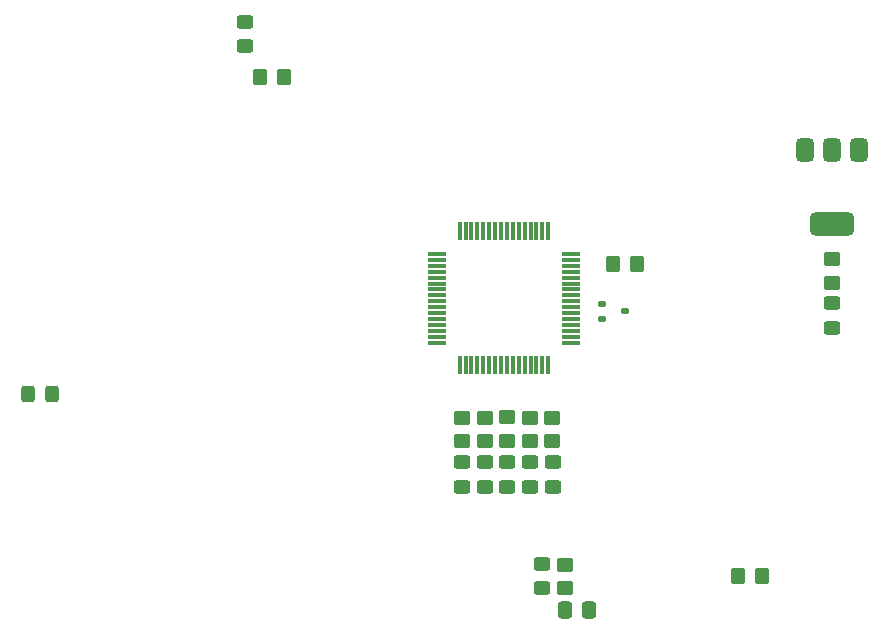
<source format=gbr>
%TF.GenerationSoftware,KiCad,Pcbnew,8.0.7*%
%TF.CreationDate,2025-03-12T15:09:51-04:00*%
%TF.ProjectId,skee-ball,736b6565-2d62-4616-9c6c-2e6b69636164,2*%
%TF.SameCoordinates,Original*%
%TF.FileFunction,Paste,Top*%
%TF.FilePolarity,Positive*%
%FSLAX46Y46*%
G04 Gerber Fmt 4.6, Leading zero omitted, Abs format (unit mm)*
G04 Created by KiCad (PCBNEW 8.0.7) date 2025-03-12 15:09:51*
%MOMM*%
%LPD*%
G01*
G04 APERTURE LIST*
G04 Aperture macros list*
%AMRoundRect*
0 Rectangle with rounded corners*
0 $1 Rounding radius*
0 $2 $3 $4 $5 $6 $7 $8 $9 X,Y pos of 4 corners*
0 Add a 4 corners polygon primitive as box body*
4,1,4,$2,$3,$4,$5,$6,$7,$8,$9,$2,$3,0*
0 Add four circle primitives for the rounded corners*
1,1,$1+$1,$2,$3*
1,1,$1+$1,$4,$5*
1,1,$1+$1,$6,$7*
1,1,$1+$1,$8,$9*
0 Add four rect primitives between the rounded corners*
20,1,$1+$1,$2,$3,$4,$5,0*
20,1,$1+$1,$4,$5,$6,$7,0*
20,1,$1+$1,$6,$7,$8,$9,0*
20,1,$1+$1,$8,$9,$2,$3,0*%
G04 Aperture macros list end*
%ADD10RoundRect,0.250000X0.350000X0.450000X-0.350000X0.450000X-0.350000X-0.450000X0.350000X-0.450000X0*%
%ADD11RoundRect,0.250000X0.450000X-0.325000X0.450000X0.325000X-0.450000X0.325000X-0.450000X-0.325000X0*%
%ADD12RoundRect,0.112500X-0.237500X0.112500X-0.237500X-0.112500X0.237500X-0.112500X0.237500X0.112500X0*%
%ADD13RoundRect,0.250000X0.337500X0.475000X-0.337500X0.475000X-0.337500X-0.475000X0.337500X-0.475000X0*%
%ADD14RoundRect,0.250000X-0.450000X0.350000X-0.450000X-0.350000X0.450000X-0.350000X0.450000X0.350000X0*%
%ADD15RoundRect,0.250000X-0.450000X0.325000X-0.450000X-0.325000X0.450000X-0.325000X0.450000X0.325000X0*%
%ADD16RoundRect,0.250000X-0.325000X-0.450000X0.325000X-0.450000X0.325000X0.450000X-0.325000X0.450000X0*%
%ADD17RoundRect,0.250000X0.450000X-0.350000X0.450000X0.350000X-0.450000X0.350000X-0.450000X-0.350000X0*%
%ADD18RoundRect,0.375000X-0.375000X0.625000X-0.375000X-0.625000X0.375000X-0.625000X0.375000X0.625000X0*%
%ADD19RoundRect,0.500000X-1.400000X0.500000X-1.400000X-0.500000X1.400000X-0.500000X1.400000X0.500000X0*%
%ADD20RoundRect,0.075000X0.700000X0.075000X-0.700000X0.075000X-0.700000X-0.075000X0.700000X-0.075000X0*%
%ADD21RoundRect,0.075000X0.075000X0.700000X-0.075000X0.700000X-0.075000X-0.700000X0.075000X-0.700000X0*%
G04 APERTURE END LIST*
D10*
%TO.C,R12*%
X146491200Y-69672200D03*
X144491200Y-69672200D03*
%TD*%
D11*
%TO.C,D9*%
X163040000Y-75075000D03*
X163040000Y-73025000D03*
%TD*%
D12*
%TO.C,U11*%
X143510000Y-73045800D03*
X143510000Y-74345800D03*
X145510000Y-73695800D03*
%TD*%
D13*
%TO.C,FB1*%
X142437500Y-99010000D03*
X140362500Y-99010000D03*
%TD*%
D14*
%TO.C,R4*%
X137395000Y-82688000D03*
X137395000Y-84688000D03*
%TD*%
%TO.C,R3*%
X135495000Y-82672000D03*
X135495000Y-84672000D03*
%TD*%
D11*
%TO.C,D6*%
X138440000Y-97155000D03*
X138440000Y-95105000D03*
%TD*%
D15*
%TO.C,D7*%
X113258600Y-49186700D03*
X113258600Y-51236700D03*
%TD*%
D16*
%TO.C,D8*%
X94925400Y-80654600D03*
X96975400Y-80654600D03*
%TD*%
D17*
%TO.C,R8*%
X140430000Y-97130000D03*
X140430000Y-95130000D03*
%TD*%
D10*
%TO.C,R15*%
X157067000Y-96113600D03*
X155067000Y-96113600D03*
%TD*%
D14*
%TO.C,R6*%
X131645000Y-82688000D03*
X131645000Y-84688000D03*
%TD*%
D11*
%TO.C,D2*%
X137420000Y-88527500D03*
X137420000Y-86477500D03*
%TD*%
%TO.C,D1*%
X135520000Y-88527500D03*
X135520000Y-86477500D03*
%TD*%
D18*
%TO.C,U13*%
X165317200Y-59994800D03*
X163017200Y-59994800D03*
D19*
X163017200Y-66294800D03*
D18*
X160717200Y-59994800D03*
%TD*%
D20*
%TO.C,U4*%
X140901500Y-76345000D03*
X140901500Y-75845000D03*
X140901500Y-75345000D03*
X140901500Y-74845000D03*
X140901500Y-74345000D03*
X140901500Y-73845000D03*
X140901500Y-73345000D03*
X140901500Y-72845000D03*
X140901500Y-72345000D03*
X140901500Y-71845000D03*
X140901500Y-71345000D03*
X140901500Y-70845000D03*
X140901500Y-70345000D03*
X140901500Y-69845000D03*
X140901500Y-69345000D03*
X140901500Y-68845000D03*
D21*
X138976500Y-66920000D03*
X138476500Y-66920000D03*
X137976500Y-66920000D03*
X137476500Y-66920000D03*
X136976500Y-66920000D03*
X136476500Y-66920000D03*
X135976500Y-66920000D03*
X135476500Y-66920000D03*
X134976500Y-66920000D03*
X134476500Y-66920000D03*
X133976500Y-66920000D03*
X133476500Y-66920000D03*
X132976500Y-66920000D03*
X132476500Y-66920000D03*
X131976500Y-66920000D03*
X131476500Y-66920000D03*
D20*
X129551500Y-68845000D03*
X129551500Y-69345000D03*
X129551500Y-69845000D03*
X129551500Y-70345000D03*
X129551500Y-70845000D03*
X129551500Y-71345000D03*
X129551500Y-71845000D03*
X129551500Y-72345000D03*
X129551500Y-72845000D03*
X129551500Y-73345000D03*
X129551500Y-73845000D03*
X129551500Y-74345000D03*
X129551500Y-74845000D03*
X129551500Y-75345000D03*
X129551500Y-75845000D03*
X129551500Y-76345000D03*
D21*
X131476500Y-78270000D03*
X131976500Y-78270000D03*
X132476500Y-78270000D03*
X132976500Y-78270000D03*
X133476500Y-78270000D03*
X133976500Y-78270000D03*
X134476500Y-78270000D03*
X134976500Y-78270000D03*
X135476500Y-78270000D03*
X135976500Y-78270000D03*
X136476500Y-78270000D03*
X136976500Y-78270000D03*
X137476500Y-78270000D03*
X137976500Y-78270000D03*
X138476500Y-78270000D03*
X138976500Y-78270000D03*
%TD*%
D14*
%TO.C,R5*%
X139320000Y-82690000D03*
X139320000Y-84690000D03*
%TD*%
D10*
%TO.C,R9*%
X116560000Y-53860000D03*
X114560000Y-53860000D03*
%TD*%
D14*
%TO.C,R11*%
X163000000Y-69270000D03*
X163000000Y-71270000D03*
%TD*%
D11*
%TO.C,D4*%
X131668200Y-88527500D03*
X131668200Y-86477500D03*
%TD*%
D14*
%TO.C,R7*%
X133579000Y-82688000D03*
X133579000Y-84688000D03*
%TD*%
D11*
%TO.C,D5*%
X133620000Y-88527500D03*
X133620000Y-86477500D03*
%TD*%
%TO.C,D3*%
X139345000Y-88527500D03*
X139345000Y-86477500D03*
%TD*%
M02*

</source>
